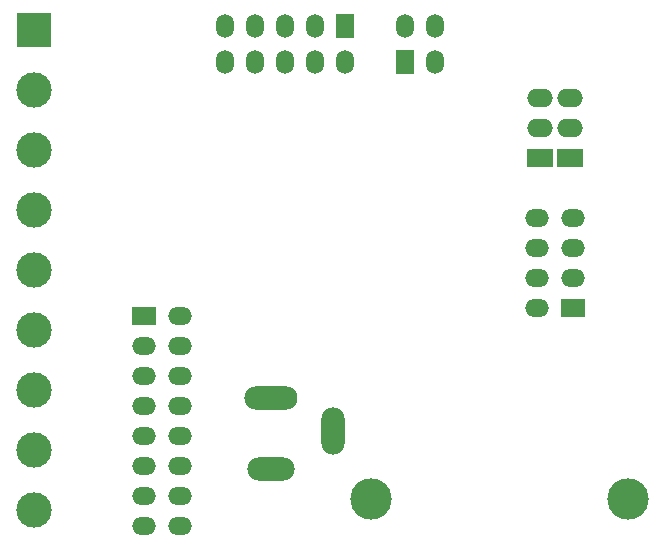
<source format=gbr>
G04 #@! TF.FileFunction,Soldermask,Bot*
%FSLAX46Y46*%
G04 Gerber Fmt 4.6, Leading zero omitted, Abs format (unit mm)*
G04 Created by KiCad (PCBNEW (2015-05-11 BZR 5650)-product) date Mon 11 May 2015 08:58:08 PM *
%MOMM*%
G01*
G04 APERTURE LIST*
%ADD10C,0.100000*%
%ADD11R,1.998980X1.524000*%
%ADD12O,1.998980X1.524000*%
%ADD13R,2.199640X1.524000*%
%ADD14O,2.199640X1.524000*%
%ADD15C,3.500120*%
%ADD16O,1.998980X4.000500*%
%ADD17O,4.000500X1.998980*%
%ADD18O,4.500880X1.998980*%
%ADD19R,2.999740X2.999740*%
%ADD20C,2.999740*%
%ADD21R,1.524000X1.998980*%
%ADD22O,1.524000X1.998980*%
G04 APERTURE END LIST*
D10*
D11*
X78491080Y-114681000D03*
D12*
X81528920Y-114681000D03*
X78491080Y-117221000D03*
X81528920Y-117221000D03*
X78491080Y-119761000D03*
X81528920Y-119761000D03*
X78491080Y-122301000D03*
X81528920Y-122301000D03*
X78491080Y-124841000D03*
X81528920Y-124841000D03*
X78491080Y-127381000D03*
X81528920Y-127381000D03*
X78491080Y-129921000D03*
X81528920Y-129921000D03*
X78491080Y-132461000D03*
X81528920Y-132461000D03*
D13*
X112014000Y-101346000D03*
D14*
X112014000Y-98806000D03*
X112014000Y-96266000D03*
D15*
X97701100Y-130175000D03*
X119468900Y-130175000D03*
D16*
X94518480Y-124388880D03*
D17*
X89217500Y-127640080D03*
D18*
X89217500Y-121638060D03*
D19*
X69151500Y-90487500D03*
D20*
X69151500Y-105727500D03*
X69151500Y-110807500D03*
X69151500Y-115887500D03*
X69151500Y-120967500D03*
X69151500Y-126047500D03*
X69151500Y-131127500D03*
X69151500Y-100647500D03*
X69151500Y-95567500D03*
D13*
X114554000Y-101346000D03*
D14*
X114554000Y-98806000D03*
X114554000Y-96266000D03*
D21*
X95504000Y-90175080D03*
D22*
X95504000Y-93212920D03*
X92964000Y-90175080D03*
X92964000Y-93212920D03*
X90424000Y-90175080D03*
X90424000Y-93212920D03*
X87884000Y-90175080D03*
X87884000Y-93212920D03*
X85344000Y-90175080D03*
X85344000Y-93212920D03*
D21*
X100584000Y-93212920D03*
D22*
X100584000Y-90175080D03*
X103124000Y-93212920D03*
X103124000Y-90175080D03*
D11*
X114802920Y-114046000D03*
D12*
X111765080Y-114046000D03*
X114802920Y-111506000D03*
X111765080Y-111506000D03*
X114802920Y-108966000D03*
X111765080Y-108966000D03*
X114802920Y-106426000D03*
X111765080Y-106426000D03*
M02*

</source>
